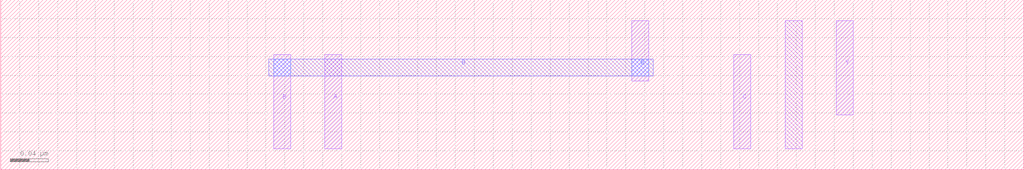
<source format=lef>
VERSION 5.7 ;
BUSBITCHARS "[]" ;
DIVIDERCHAR "/" ;

MACRO AND2x2
  CLASS CORE ;
  ORIGIN 0 0 ;
  FOREIGN AND2x2 0 0 ;
  SIZE 0.324 BY 0.18 ;
  SYMMETRY X Y ;
  SITE coreSite ;
  PIN A
    DIRECTION INPUT ;
    USE SIGNAL ;
    PORT
      LAYER M1 ;
        RECT 0.18 0.022 0.198 0.122 ;
    END
  END A
  PIN B
    DIRECTION INPUT ;
    USE SIGNAL ;
    PORT
      LAYER M1 ;
        RECT 0.234 0.058 0.252 0.158 ;
    END
  END B
  PIN Y
    DIRECTION OUTPUT ;
    USE SIGNAL ;
    PORT
      LAYER M1 ;
        RECT 0.126 0.058 0.144 0.158 ;
    END
  END Y
END AND2x2

MACRO AND3x1
  CLASS CORE ;
  ORIGIN 0 0 ;
  FOREIGN AND3x1 0 0 ;
  SIZE 0.324 BY 0.18 ;
  SYMMETRY X Y ;
  SITE coreSite ;
  PIN A
    DIRECTION INPUT ;
    USE SIGNAL ;
    PORT
      LAYER M1 ;
        RECT 0.234 0.058 0.252 0.158 ;
    END
  END A
  PIN B
    DIRECTION INPUT ;
    USE SIGNAL ;
    PORT
      LAYER M1 ;
        RECT 0.18 0.058 0.198 0.158 ;
    END
  END B
  PIN C
    DIRECTION INPUT ;
    USE SIGNAL ;
    PORT
      LAYER M1 ;
        RECT 0.126 0.058 0.144 0.158 ;
    END
  END C
  PIN Y
    DIRECTION OUTPUT ;
    USE SIGNAL ;
    PORT
      LAYER M1 ;
        RECT 0.018 0.022 0.036 0.122 ;
    END
  END Y
END AND3x1

MACRO AND3x2
  CLASS CORE ;
  ORIGIN 0 0 ;
  FOREIGN AND3x2 0 0 ;
  SIZE 0.378 BY 0.18 ;
  SYMMETRY X Y ;
  SITE coreSite ;
  PIN A
    DIRECTION INPUT ;
    USE SIGNAL ;
    PORT
      LAYER M1 ;
        RECT 0.288 0.022 0.306 0.122 ;
    END
  END A
  PIN B
    DIRECTION INPUT ;
    USE SIGNAL ;
    PORT
      LAYER M1 ;
        RECT 0.234 0.022 0.252 0.122 ;
    END
  END B
  PIN C
    DIRECTION INPUT ;
    USE SIGNAL ;
    PORT
      LAYER M1 ;
        RECT 0.18 0.058 0.198 0.158 ;
    END
  END C
  PIN Y
    DIRECTION OUTPUT ;
    USE SIGNAL ;
    PORT
      LAYER M1 ;
        RECT 0.126 0.058 0.144 0.158 ;
    END
  END Y
END AND3x2

MACRO AOI21x1
  CLASS CORE ;
  ORIGIN 0 0 ;
  FOREIGN AOI21x1 0 0 ;
  SIZE 0.432 BY 0.18 ;
  SYMMETRY X Y ;
  SITE coreSite ;
  PIN A1
    DIRECTION INPUT ;
    USE SIGNAL ;
    PORT
      LAYER M1 ;
        RECT 0.288 0.022 0.306 0.122 ;
    END
  END A1
  PIN A2
    DIRECTION INPUT ;
    USE SIGNAL ;
    PORT
      LAYER M1 ;
        RECT 0.018 0.022 0.036 0.122 ;
    END
  END A2
  PIN B
    DIRECTION INPUT ;
    USE SIGNAL ;
    PORT
      LAYER M1 ;
        RECT 0.18 0.022 0.198 0.122 ;
    END
  END B
  PIN Y
    DIRECTION OUTPUT ;
    USE SIGNAL ;
    PORT
      LAYER M1 ;
        RECT 0.126 0.058 0.144 0.158 ;
    END
  END Y
  OBS
    LAYER M1 ;
      RECT 0.234 0.022 0.252 0.086 ;
      RECT 0.072 0.022 0.09 0.086 ;
    LAYER M2 ;
      RECT 0.067 0.063 0.257 0.081 ;
    LAYER V1 ;
      RECT 0.234 0.063 0.252 0.081 ;
      RECT 0.072 0.063 0.09 0.081 ;
  END
END AOI21x1

MACRO AOI22x1
  CLASS CORE ;
  ORIGIN 0 0 ;
  FOREIGN AOI22x1 0 0 ;
  SIZE 0.594 BY 0.18 ;
  SYMMETRY X Y ;
  SITE coreSite ;
  PIN A1
    DIRECTION INPUT ;
    USE SIGNAL ;
    PORT
      LAYER M1 ;
        RECT 0.342 0.022 0.36 0.122 ;
    END
  END A1
  PIN A2
    DIRECTION INPUT ;
    USE SIGNAL ;
    PORT
      LAYER M1 ;
        RECT 0.45 0.022 0.468 0.122 ;
    END
  END A2
  PIN B1
    DIRECTION INPUT ;
    USE SIGNAL ;
    PORT
      LAYER M1 ;
        RECT 0.18 0.022 0.198 0.122 ;
    END
  END B1
  PIN B2
    DIRECTION INPUT ;
    USE SIGNAL ;
    PORT
      LAYER M1 ;
        RECT 0.018 0.022 0.036 0.122 ;
    END
  END B2
  PIN Y
    DIRECTION OUTPUT ;
    USE SIGNAL ;
    PORT
      LAYER M1 ;
        RECT 0.072 0.058 0.09 0.158 ;
    END
  END Y
END AOI22x1

MACRO BUFx2
  CLASS CORE ;
  ORIGIN 0 0 ;
  FOREIGN BUFx2 0 0 ;
  SIZE 0.27 BY 0.18 ;
  SYMMETRY X Y ;
  SITE coreSite ;
  PIN A
    DIRECTION INPUT ;
    USE SIGNAL ;
    PORT
      LAYER M1 ;
        RECT 0.18 0.022 0.198 0.122 ;
    END
  END A
  PIN Y
    DIRECTION OUTPUT ;
    USE SIGNAL ;
    PORT
      LAYER M1 ;
        RECT 0.126 0.058 0.144 0.158 ;
    END
  END Y
END BUFx2

MACRO BUFx3
  CLASS CORE ;
  ORIGIN 0 0 ;
  FOREIGN BUFx3 0 0 ;
  SIZE 0.324 BY 0.18 ;
  SYMMETRY X Y ;
  SITE coreSite ;
  PIN A
    DIRECTION INPUT ;
    USE SIGNAL ;
    PORT
      LAYER M1 ;
        RECT 0.234 0.022 0.252 0.122 ;
    END
  END A
  PIN Y
    DIRECTION OUTPUT ;
    USE SIGNAL ;
    PORT
      LAYER M1 ;
        RECT 0.072 0.058 0.09 0.158 ;
    END
  END Y
END BUFx3

MACRO BUFx4
  CLASS CORE ;
  ORIGIN 0 0 ;
  FOREIGN BUFx4 0 0 ;
  SIZE 0.378 BY 0.18 ;
  SYMMETRY X Y ;
  SITE coreSite ;
  PIN A
    DIRECTION INPUT ;
    USE SIGNAL ;
    PORT
      LAYER M1 ;
        RECT 0.288 0.058 0.306 0.158 ;
    END
  END A
  PIN Y
    DIRECTION OUTPUT ;
    USE SIGNAL ;
    PORT
      LAYER M1 ;
        RECT 0.126 0.022 0.144 0.122 ;
    END
  END Y
END BUFx4

MACRO BUFx8
  CLASS CORE ;
  ORIGIN 0 0 ;
  FOREIGN BUFx8 0 0 ;
  SIZE 0.648 BY 0.18 ;
  SYMMETRY X Y ;
  SITE coreSite ;
  PIN A
    DIRECTION INPUT ;
    USE SIGNAL ;
    PORT
      LAYER M1 ;
        RECT 0.072 0.022 0.09 0.122 ;
    END
  END A
  PIN Y
    DIRECTION OUTPUT ;
    USE SIGNAL ;
    PORT
      LAYER M1 ;
        RECT 0.234 0.058 0.252 0.158 ;
    END
  END Y
END BUFx8

MACRO DFFHQNx1
  CLASS CORE ;
  ORIGIN 0 0 ;
  FOREIGN DFFHQNx1 0 0 ;
  SIZE 0.81 BY 0.18 ;
  SYMMETRY X Y ;
  SITE coreSite ;
  PIN CLK
    DIRECTION INPUT ;
    USE CLOCK ;
    PORT
      LAYER M1 ;
        RECT 0.72 0.022 0.738 0.122 ;
    END
  END CLK
  PIN D
    DIRECTION INPUT ;
    USE SIGNAL ;
    PORT
      LAYER M1 ;
        RECT 0.666 0.058 0.684 0.158 ;
    END
  END D
  PIN QN
    DIRECTION OUTPUT ;
    USE SIGNAL ;
    PORT
      LAYER M1 ;
        RECT 0.018 0.058 0.036 0.158 ;
    END
  END QN
END DFFHQNx1

MACRO DFFHQNx2
  CLASS CORE ;
  ORIGIN 0 0 ;
  FOREIGN DFFHQNx2 0 0 ;
  SIZE 0.864 BY 0.18 ;
  SYMMETRY X Y ;
  SITE coreSite ;
  PIN CLK
    DIRECTION INPUT ;
    USE CLOCK ;
    PORT
      LAYER M1 ;
        RECT 0.45 0.058 0.468 0.158 ;
    END
  END CLK
  PIN D
    DIRECTION INPUT ;
    USE SIGNAL ;
    PORT
      LAYER M1 ;
        RECT 0.558 0.058 0.576 0.158 ;
    END
  END D
  PIN QN
    DIRECTION OUTPUT ;
    USE SIGNAL ;
    PORT
      LAYER M1 ;
        RECT 0.18 0.022 0.198 0.122 ;
    END
  END QN
  OBS
    LAYER M1 ;
      RECT 0.612 0.094 0.63 0.158 ;
      RECT 0.396 0.094 0.414 0.158 ;
    LAYER M2 ;
      RECT 0.391 0.135 0.635 0.153 ;
    LAYER V1 ;
      RECT 0.612 0.135 0.63 0.153 ;
      RECT 0.396 0.135 0.414 0.153 ;
  END
END DFFHQNx2

MACRO DFFHQNx3
  CLASS CORE ;
  ORIGIN 0 0 ;
  FOREIGN DFFHQNx3 0 0 ;
  SIZE 0.918 BY 0.18 ;
  SYMMETRY X Y ;
  SITE coreSite ;
  PIN CLK
    DIRECTION INPUT ;
    USE CLOCK ;
    PORT
      LAYER M1 ;
        RECT 0.828 0.058 0.846 0.158 ;
    END
  END CLK
  PIN D
    DIRECTION INPUT ;
    USE SIGNAL ;
    PORT
      LAYER M1 ;
        RECT 0.774 0.022 0.792 0.122 ;
    END
  END D
  PIN QN
    DIRECTION OUTPUT ;
    USE SIGNAL ;
    PORT
      LAYER M1 ;
        RECT 0.18 0.058 0.198 0.158 ;
    END
  END QN
END DFFHQNx3

MACRO DHLx1
  CLASS CORE ;
  ORIGIN 0 0 ;
  FOREIGN DHLx1 0 0 ;
  SIZE 0.594 BY 0.18 ;
  SYMMETRY X Y ;
  SITE coreSite ;
  PIN CLK
    DIRECTION INPUT ;
    USE CLOCK ;
    PORT
      LAYER M1 ;
        RECT 0.072 0.022 0.09 0.122 ;
    END
  END CLK
  PIN D
    DIRECTION INPUT ;
    USE SIGNAL ;
    PORT
      LAYER M1 ;
        RECT 0.288 0.058 0.306 0.158 ;
    END
  END D
  PIN Q
    DIRECTION INPUT ;
    USE SIGNAL ;
    PORT
      LAYER M1 ;
        RECT 0.18 0.058 0.198 0.158 ;
    END
  END Q
END DHLx1

MACRO DHLx2
  CLASS CORE ;
  ORIGIN 0 0 ;
  FOREIGN DHLx2 0 0 ;
  SIZE 0.648 BY 0.18 ;
  SYMMETRY X Y ;
  SITE coreSite ;
  PIN CLK
    DIRECTION INPUT ;
    USE CLOCK ;
    PORT
      LAYER M1 ;
        RECT 0.288 0.022 0.306 0.122 ;
    END
  END CLK
  PIN D
    DIRECTION INPUT ;
    USE SIGNAL ;
    PORT
      LAYER M1 ;
        RECT 0.342 0.022 0.36 0.122 ;
    END
  END D
  PIN Q
    DIRECTION INPUT ;
    USE SIGNAL ;
    PORT
      LAYER M1 ;
        RECT 0.126 0.058 0.144 0.158 ;
    END
  END Q
END DHLx2

MACRO DHLx3
  CLASS CORE ;
  ORIGIN 0 0 ;
  FOREIGN DHLx3 0 0 ;
  SIZE 0.702 BY 0.18 ;
  SYMMETRY X Y ;
  SITE coreSite ;
  PIN CLK
    DIRECTION INPUT ;
    USE CLOCK ;
    PORT
      LAYER M1 ;
        RECT 0.612 0.022 0.63 0.122 ;
    END
  END CLK
  PIN D
    DIRECTION INPUT ;
    USE SIGNAL ;
    PORT
      LAYER M1 ;
        RECT 0.558 0.058 0.576 0.158 ;
    END
  END D
  PIN Q
    DIRECTION INPUT ;
    USE SIGNAL ;
    PORT
      LAYER M1 ;
        RECT 0.018 0.022 0.036 0.122 ;
    END
  END Q
END DHLx3

MACRO FAx1
  CLASS CORE ;
  ORIGIN 0 0 ;
  FOREIGN FAx1 0 0 ;
  SIZE 0.756 BY 0.18 ;
  SYMMETRY X Y ;
  SITE coreSite ;
  PIN A
    DIRECTION INPUT ;
    USE SIGNAL ;
    PORT
      LAYER M2 ;
        RECT 0.175 0.063 0.419 0.081 ;
      LAYER M1 ;
        RECT 0.396 0.022 0.414 0.086 ;
        RECT 0.18 0.058 0.198 0.158 ;
      LAYER V1 ;
        RECT 0.18 0.063 0.198 0.081 ;
        RECT 0.396 0.063 0.414 0.081 ;
    END
  END A
  PIN B
    DIRECTION INPUT ;
    USE SIGNAL ;
    PORT
      LAYER M2 ;
        RECT 0.067 0.099 0.365 0.117 ;
      LAYER M1 ;
        RECT 0.342 0.058 0.36 0.122 ;
        RECT 0.072 0.058 0.09 0.158 ;
      LAYER V1 ;
        RECT 0.072 0.099 0.09 0.117 ;
        RECT 0.342 0.099 0.36 0.117 ;
    END
  END B
  PIN CI
    DIRECTION INPUT ;
    USE SIGNAL ;
    PORT
      LAYER M1 ;
        RECT 0.558 0.058 0.576 0.158 ;
    END
  END CI
  PIN CON
    DIRECTION INPUT ;
    USE SIGNAL ;
    PORT
      LAYER M1 ;
        RECT 0.234 0.058 0.252 0.158 ;
    END
  END CON
  PIN SN
    DIRECTION INPUT ;
    USE SIGNAL ;
    PORT
      LAYER M1 ;
        RECT 0.288 0.022 0.306 0.122 ;
    END
  END SN
  OBS
    LAYER M1 ;
      RECT 0.666 0.022 0.684 0.086 ;
      RECT 0.504 0.022 0.522 0.086 ;
    LAYER M2 ;
      RECT 0.499 0.063 0.689 0.081 ;
    LAYER V1 ;
      RECT 0.666 0.063 0.684 0.081 ;
      RECT 0.504 0.063 0.522 0.081 ;
  END
END FAx1

MACRO INVx1
  CLASS CORE ;
  ORIGIN 0 0 ;
  FOREIGN INVx1 0 0 ;
  SIZE 0.162 BY 0.18 ;
  SYMMETRY X Y ;
  SITE coreSite ;
  PIN A
    DIRECTION INPUT ;
    USE SIGNAL ;
    PORT
      LAYER M1 ;
        RECT 0.072 0.058 0.09 0.158 ;
    END
  END A
  PIN Y
    DIRECTION OUTPUT ;
    USE SIGNAL ;
    PORT
      LAYER M1 ;
        RECT 0.018 0.022 0.036 0.122 ;
    END
  END Y
END INVx1

MACRO INVx2
  CLASS CORE ;
  ORIGIN 0 0 ;
  FOREIGN INVx2 0 0 ;
  SIZE 0.216 BY 0.18 ;
  SYMMETRY X Y ;
  SITE coreSite ;
  PIN A
    DIRECTION INPUT ;
    USE SIGNAL ;
    PORT
      LAYER M1 ;
        RECT 0.126 0.058 0.144 0.158 ;
    END
  END A
  PIN Y
    DIRECTION OUTPUT ;
    USE SIGNAL ;
    PORT
      LAYER M1 ;
        RECT 0.072 0.022 0.09 0.122 ;
    END
  END Y
END INVx2

MACRO INVx4
  CLASS CORE ;
  ORIGIN 0 0 ;
  FOREIGN INVx4 0 0 ;
  SIZE 0.324 BY 0.18 ;
  SYMMETRY X Y ;
  SITE coreSite ;
  PIN A
    DIRECTION INPUT ;
    USE SIGNAL ;
    PORT
      LAYER M1 ;
        RECT 0.234 0.022 0.252 0.122 ;
    END
  END A
  PIN Y
    DIRECTION OUTPUT ;
    USE SIGNAL ;
    PORT
      LAYER M1 ;
        RECT 0.018 0.058 0.036 0.158 ;
    END
  END Y
END INVx4

MACRO INVx8
  CLASS CORE ;
  ORIGIN 0 0 ;
  FOREIGN INVx8 0 0 ;
  SIZE 0.54 BY 0.18 ;
  SYMMETRY X Y ;
  SITE coreSite ;
  PIN A
    DIRECTION INPUT ;
    USE SIGNAL ;
    PORT
      LAYER M1 ;
        RECT 0.45 0.022 0.468 0.122 ;
    END
  END A
  PIN Y
    DIRECTION OUTPUT ;
    USE SIGNAL ;
    PORT
      LAYER M1 ;
        RECT 0.072 0.058 0.09 0.158 ;
    END
  END Y
END INVx8

MACRO NAND2x1
  CLASS CORE ;
  ORIGIN 0 0 ;
  FOREIGN NAND2x1 0 0 ;
  SIZE 0.324 BY 0.18 ;
  SYMMETRY X Y ;
  SITE coreSite ;
  PIN A
    DIRECTION INPUT ;
    USE SIGNAL ;
    PORT
      LAYER M1 ;
        RECT 0.18 0.058 0.198 0.158 ;
    END
  END A
  PIN B
    DIRECTION INPUT ;
    USE SIGNAL ;
    PORT
      LAYER M1 ;
        RECT 0.126 0.022 0.144 0.122 ;
    END
  END B
  PIN Y
    DIRECTION OUTPUT ;
    USE SIGNAL ;
    PORT
      LAYER M1 ;
        RECT 0.072 0.022 0.09 0.122 ;
    END
  END Y
END NAND2x1

MACRO NAND2x2
  CLASS CORE ;
  ORIGIN 0 0 ;
  FOREIGN NAND2x2 0 0 ;
  SIZE 0.54 BY 0.18 ;
  SYMMETRY X Y ;
  SITE coreSite ;
  PIN A
    DIRECTION INPUT ;
    USE SIGNAL ;
    PORT
      LAYER M1 ;
        RECT 0.288 0.058 0.306 0.158 ;
    END
  END A
  PIN B
    DIRECTION INPUT ;
    USE SIGNAL ;
    PORT
      LAYER M1 ;
        RECT 0.234 0.058 0.252 0.158 ;
    END
  END B
  PIN Y
    DIRECTION OUTPUT ;
    USE SIGNAL ;
    PORT
      LAYER M1 ;
        RECT 0.072 0.022 0.09 0.122 ;
    END
  END Y
END NAND2x2

MACRO NAND3x1
  CLASS CORE ;
  ORIGIN 0 0 ;
  FOREIGN NAND3x1 0 0 ;
  SIZE 0.594 BY 0.18 ;
  SYMMETRY X Y ;
  SITE coreSite ;
  PIN A
    DIRECTION INPUT ;
    USE SIGNAL ;
    PORT
      LAYER M1 ;
        RECT 0.072 0.058 0.09 0.158 ;
    END
  END A
  PIN B
    DIRECTION INPUT ;
    USE SIGNAL ;
    PORT
      LAYER M1 ;
        RECT 0.45 0.022 0.468 0.122 ;
    END
  END B
  PIN C
    DIRECTION INPUT ;
    USE SIGNAL ;
    PORT
      LAYER M1 ;
        RECT 0.396 0.022 0.414 0.122 ;
    END
  END C
  PIN Y
    DIRECTION OUTPUT ;
    USE SIGNAL ;
    PORT
      LAYER M1 ;
        RECT 0.504 0.058 0.522 0.158 ;
    END
  END Y
END NAND3x1

MACRO NAND3x2
  CLASS CORE ;
  ORIGIN 0 0 ;
  FOREIGN NAND3x2 0 0 ;
  SIZE 1.08 BY 0.18 ;
  SYMMETRY X Y ;
  SITE coreSite ;
  PIN A
    DIRECTION INPUT ;
    USE SIGNAL ;
    PORT
      LAYER M1 ;
        RECT 0.342 0.022 0.36 0.122 ;
    END
  END A
  PIN B
    DIRECTION INPUT ;
    USE SIGNAL ;
    PORT
      LAYER M2 ;
        RECT 0.283 0.099 0.689 0.117 ;
      LAYER M1 ;
        RECT 0.666 0.094 0.684 0.158 ;
        RECT 0.288 0.022 0.306 0.122 ;
      LAYER V1 ;
        RECT 0.288 0.099 0.306 0.117 ;
        RECT 0.666 0.099 0.684 0.117 ;
    END
  END B
  PIN C
    DIRECTION INPUT ;
    USE SIGNAL ;
    PORT
      LAYER M1 ;
        RECT 0.774 0.022 0.792 0.122 ;
    END
  END C
  PIN Y
    DIRECTION OUTPUT ;
    USE SIGNAL ;
    PORT
      LAYER M1 ;
        RECT 0.882 0.058 0.9 0.158 ;
    END
  END Y
  OBS
    LAYER M1 ;
      RECT 0.828 0.022 0.846 0.158 ;
  END
END NAND3x2

MACRO NOR2x1
  CLASS CORE ;
  ORIGIN 0 0 ;
  FOREIGN NOR2x1 0 0 ;
  SIZE 0.324 BY 0.18 ;
  SYMMETRY X Y ;
  SITE coreSite ;
  PIN A
    DIRECTION INPUT ;
    USE SIGNAL ;
    PORT
      LAYER M1 ;
        RECT 0.072 0.058 0.09 0.158 ;
    END
  END A
  PIN B
    DIRECTION INPUT ;
    USE SIGNAL ;
    PORT
      LAYER M1 ;
        RECT 0.18 0.022 0.198 0.122 ;
    END
  END B
  PIN Y
    DIRECTION OUTPUT ;
    USE SIGNAL ;
    PORT
      LAYER M1 ;
        RECT 0.234 0.022 0.252 0.122 ;
    END
  END Y
END NOR2x1

MACRO NOR2x2
  CLASS CORE ;
  ORIGIN 0 0 ;
  FOREIGN NOR2x2 0 0 ;
  SIZE 0.54 BY 0.18 ;
  SYMMETRY X Y ;
  SITE coreSite ;
  PIN A
    DIRECTION INPUT ;
    USE SIGNAL ;
    PORT
      LAYER M1 ;
        RECT 0.072 0.022 0.09 0.122 ;
    END
  END A
  PIN B
    DIRECTION INPUT ;
    USE SIGNAL ;
    PORT
      LAYER M1 ;
        RECT 0.45 0.058 0.468 0.158 ;
    END
  END B
  PIN Y
    DIRECTION OUTPUT ;
    USE SIGNAL ;
    PORT
      LAYER M1 ;
        RECT 0.18 0.058 0.198 0.158 ;
    END
  END Y
END NOR2x2

MACRO NOR3x1
  CLASS CORE ;
  ORIGIN 0 0 ;
  FOREIGN NOR3x1 0 0 ;
  SIZE 0.594 BY 0.18 ;
  SYMMETRY X Y ;
  SITE coreSite ;
  PIN A
    DIRECTION INPUT ;
    USE SIGNAL ;
    PORT
      LAYER M1 ;
        RECT 0.504 0.058 0.522 0.158 ;
    END
  END A
  PIN B
    DIRECTION INPUT ;
    USE SIGNAL ;
    PORT
      LAYER M1 ;
        RECT 0.234 0.022 0.252 0.122 ;
    END
  END B
  PIN C
    DIRECTION INPUT ;
    USE SIGNAL ;
    PORT
      LAYER M1 ;
        RECT 0.072 0.022 0.09 0.122 ;
    END
  END C
  PIN Y
    DIRECTION OUTPUT ;
    USE SIGNAL ;
    PORT
      LAYER M1 ;
        RECT 0.18 0.058 0.198 0.158 ;
    END
  END Y
END NOR3x1

MACRO NOR3x2
  CLASS CORE ;
  ORIGIN 0 0 ;
  FOREIGN NOR3x2 0 0 ;
  SIZE 1.08 BY 0.18 ;
  SYMMETRY X Y ;
  SITE coreSite ;
  PIN A
    DIRECTION INPUT ;
    USE SIGNAL ;
    PORT
      LAYER M1 ;
        RECT 0.99 0.022 1.008 0.122 ;
    END
  END A
  PIN B
    DIRECTION INPUT ;
    USE SIGNAL ;
    PORT
      LAYER M1 ;
        RECT 0.072 0.022 0.09 0.122 ;
    END
  END B
  PIN C
    DIRECTION INPUT ;
    USE SIGNAL ;
    PORT
      LAYER M1 ;
        RECT 0.612 0.022 0.63 0.122 ;
    END
  END C
  PIN Y
    DIRECTION OUTPUT ;
    USE SIGNAL ;
    PORT
      LAYER M1 ;
        RECT 0.396 0.058 0.414 0.158 ;
    END
  END Y
  OBS
    LAYER M1 ;
      RECT 0.666 0.094 0.684 0.158 ;
      RECT 0.342 0.094 0.36 0.158 ;
    LAYER M2 ;
      RECT 0.337 0.099 0.689 0.117 ;
    LAYER V1 ;
      RECT 0.666 0.099 0.684 0.117 ;
      RECT 0.342 0.099 0.36 0.117 ;
  END
END NOR3x2

MACRO OAI21x1
  CLASS CORE ;
  ORIGIN 0 0 ;
  FOREIGN OAI21x1 0 0 ;
  SIZE 0.486 BY 0.18 ;
  SYMMETRY X Y ;
  SITE coreSite ;
  PIN A1
    DIRECTION INPUT ;
    USE SIGNAL ;
    PORT
      LAYER M1 ;
        RECT 0.288 0.022 0.306 0.122 ;
    END
  END A1
  PIN A2
    DIRECTION INPUT ;
    USE SIGNAL ;
    PORT
      LAYER M1 ;
        RECT 0.126 0.022 0.144 0.122 ;
    END
  END A2
  PIN B
    DIRECTION INPUT ;
    USE SIGNAL ;
    PORT
      LAYER M1 ;
        RECT 0.342 0.022 0.36 0.122 ;
    END
  END B
  PIN Y
    DIRECTION OUTPUT ;
    USE SIGNAL ;
    PORT
      LAYER M1 ;
        RECT 0.396 0.058 0.414 0.158 ;
    END
  END Y
END OAI21x1

MACRO OAI22x1
  CLASS CORE ;
  ORIGIN 0 0 ;
  FOREIGN OAI22x1 0 0 ;
  SIZE 0.594 BY 0.18 ;
  SYMMETRY X Y ;
  SITE coreSite ;
  PIN A1
    DIRECTION INPUT ;
    USE SIGNAL ;
    PORT
      LAYER M1 ;
        RECT 0.18 0.022 0.198 0.122 ;
    END
  END A1
  PIN A2
    DIRECTION INPUT ;
    USE SIGNAL ;
    PORT
      LAYER M1 ;
        RECT 0.126 0.022 0.144 0.122 ;
    END
  END A2
  PIN B1
    DIRECTION INPUT ;
    USE SIGNAL ;
    PORT
      LAYER M1 ;
        RECT 0.504 0.058 0.522 0.158 ;
    END
  END B1
  PIN B2
    DIRECTION INPUT ;
    USE SIGNAL ;
    PORT
      LAYER M1 ;
        RECT 0.396 0.058 0.414 0.158 ;
    END
  END B2
  PIN Y
    DIRECTION OUTPUT ;
    USE SIGNAL ;
    PORT
      LAYER M1 ;
        RECT 0.018 0.058 0.036 0.158 ;
    END
  END Y
END OAI22x1

MACRO OR2x2
  CLASS CORE ;
  ORIGIN 0 0 ;
  FOREIGN OR2x2 0 0 ;
  SIZE 0.324 BY 0.18 ;
  SYMMETRY X Y ;
  SITE coreSite ;
  PIN A
    DIRECTION INPUT ;
    USE SIGNAL ;
    PORT
      LAYER M1 ;
        RECT 0.18 0.058 0.198 0.158 ;
    END
  END A
  PIN B
    DIRECTION INPUT ;
    USE SIGNAL ;
    PORT
      LAYER M1 ;
        RECT 0.234 0.022 0.252 0.122 ;
    END
  END B
  PIN Y
    DIRECTION OUTPUT ;
    USE SIGNAL ;
    PORT
      LAYER M1 ;
        RECT 0.126 0.058 0.144 0.158 ;
    END
  END Y
END OR2x2

MACRO OR3x1
  CLASS CORE ;
  ORIGIN 0 0 ;
  FOREIGN OR3x1 0 0 ;
  SIZE 0.324 BY 0.18 ;
  SYMMETRY X Y ;
  SITE coreSite ;
  PIN A
    DIRECTION INPUT ;
    USE SIGNAL ;
    PORT
      LAYER M1 ;
        RECT 0.234 0.058 0.252 0.158 ;
    END
  END A
  PIN B
    DIRECTION INPUT ;
    USE SIGNAL ;
    PORT
      LAYER M1 ;
        RECT 0.18 0.058 0.198 0.158 ;
    END
  END B
  PIN C
    DIRECTION INPUT ;
    USE SIGNAL ;
    PORT
      LAYER M1 ;
        RECT 0.126 0.022 0.144 0.122 ;
    END
  END C
  PIN Y
    DIRECTION OUTPUT ;
    USE SIGNAL ;
    PORT
      LAYER M1 ;
        RECT 0.072 0.058 0.09 0.158 ;
    END
  END Y
END OR3x1

MACRO OR3x2
  CLASS CORE ;
  ORIGIN 0 0 ;
  FOREIGN OR3x2 0 0 ;
  SIZE 0.378 BY 0.18 ;
  SYMMETRY X Y ;
  SITE coreSite ;
  PIN A
    DIRECTION INPUT ;
    USE SIGNAL ;
    PORT
      LAYER M1 ;
        RECT 0.288 0.058 0.306 0.158 ;
    END
  END A
  PIN B
    DIRECTION INPUT ;
    USE SIGNAL ;
    PORT
      LAYER M1 ;
        RECT 0.234 0.022 0.252 0.122 ;
    END
  END B
  PIN C
    DIRECTION INPUT ;
    USE SIGNAL ;
    PORT
      LAYER M1 ;
        RECT 0.18 0.058 0.198 0.158 ;
    END
  END C
  PIN Y
    DIRECTION OUTPUT ;
    USE SIGNAL ;
    PORT
      LAYER M1 ;
        RECT 0.126 0.058 0.144 0.158 ;
    END
  END Y
END OR3x2

MACRO XNOR2x1
  CLASS CORE ;
  ORIGIN 0 0 ;
  FOREIGN XNOR2x1 0 0 ;
  SIZE 0.594 BY 0.18 ;
  SYMMETRY X Y ;
  SITE coreSite ;
  PIN A
    DIRECTION INPUT ;
    USE SIGNAL ;
    PORT
      LAYER M1 ;
        RECT 0.396 0.022 0.414 0.122 ;
    END
  END A
  PIN B
    DIRECTION INPUT ;
    USE SIGNAL ;
    PORT
      LAYER M1 ;
        RECT 0.18 0.022 0.198 0.122 ;
    END
  END B
  PIN Y
    DIRECTION OUTPUT ;
    USE SIGNAL ;
    PORT
      LAYER M1 ;
        RECT 0.018 0.022 0.036 0.122 ;
    END
  END Y
  OBS
    LAYER M1 ;
      RECT 0.342 0.022 0.36 0.086 ;
      RECT 0.126 0.058 0.144 0.122 ;
    LAYER M2 ;
      RECT 0.121 0.063 0.365 0.081 ;
    LAYER V1 ;
      RECT 0.342 0.063 0.36 0.081 ;
      RECT 0.126 0.063 0.144 0.081 ;
  END
END XNOR2x1

MACRO XOR2x1
  CLASS CORE ;
  ORIGIN 0 0 ;
  FOREIGN XOR2x1 0 0 ;
  SIZE 0.594 BY 0.18 ;
  SYMMETRY X Y ;
  SITE coreSite ;
  PIN A
    DIRECTION INPUT ;
    USE SIGNAL ;
    PORT
      LAYER M1 ;
        RECT 0.396 0.022 0.414 0.122 ;
    END
  END A
  PIN B
    DIRECTION INPUT ;
    USE SIGNAL ;
    PORT
      LAYER M1 ;
        RECT 0.072 0.022 0.09 0.122 ;
    END
  END B
  PIN Y
    DIRECTION OUTPUT ;
    USE SIGNAL ;
    PORT
      LAYER M1 ;
        RECT 0.018 0.058 0.036 0.158 ;
    END
  END Y
  OBS
    LAYER M1 ;
      RECT 0.342 0.094 0.36 0.158 ;
      RECT 0.126 0.022 0.144 0.122 ;
    LAYER M2 ;
      RECT 0.121 0.099 0.365 0.117 ;
    LAYER V1 ;
      RECT 0.342 0.099 0.36 0.117 ;
      RECT 0.126 0.099 0.144 0.117 ;
  END
END XOR2x1

END LIBRARY

</source>
